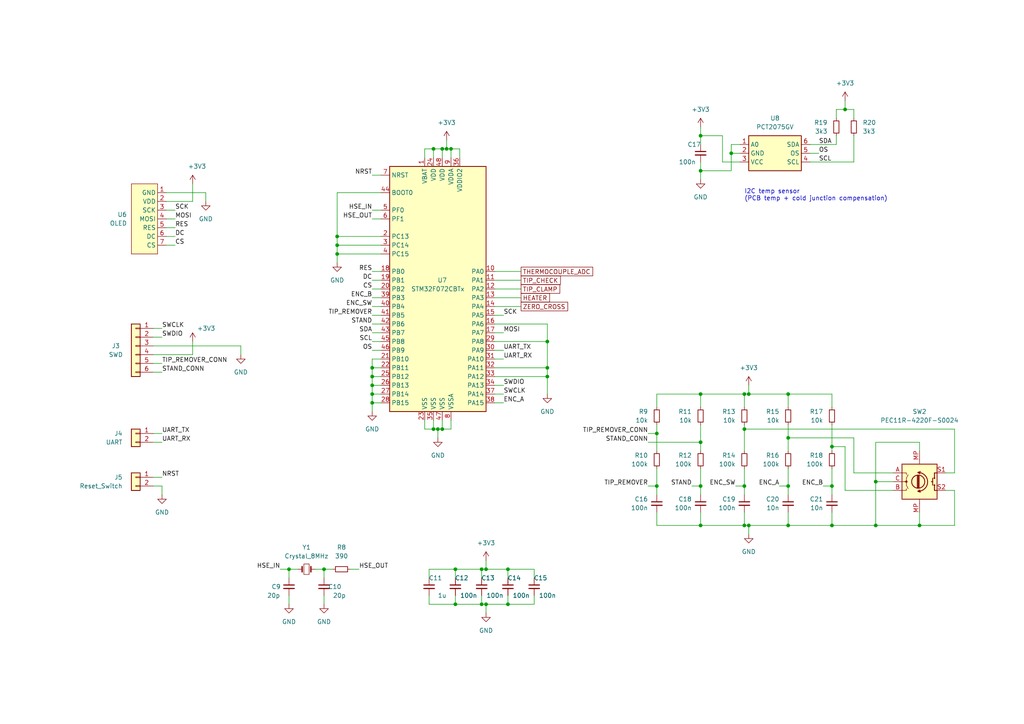
<source format=kicad_sch>
(kicad_sch (version 20211123) (generator eeschema)
  (paper "A4")
  (title_block (title "OpenSolder Station Schematic") (date "2023-01-23") (rev "1.1") (comment 1 "Licence: GPL-3.0") (comment 2 "Designer: Håvard Jakobsen") (comment 4 "OpenSolder - JBC T245 compatible soldering station"))
  (lib_symbols
    (symbol "0_Howie:Crystal_8MHz" (pin_numbers hide) (pin_names (offset 1.016) hide)
      (property "Reference" "Y" (at 0 2.54 0))
      (property "Value" "Crystal_8MHz" (at 0 -2.54 0))
      (symbol "Crystal_8MHz_0_1"
        (rectangle (start -0.762 -1.524) (end 0.762 1.524))
        (polyline (pts (xy -1.27 -0.762) (xy -1.27 0.762)) (stroke (width 0.381)))
        (polyline (pts (xy 1.27 -0.762) (xy 1.27 0.762)) (stroke (width 0.381)))
      )
      (symbol "Crystal_8MHz_1_1"
        (pin passive line (at -2.54 0 0) (length 1.27) (name "1") (number "1"))
        (pin passive line (at 2.54 0 180) (length 1.27) (name "2") (number "2"))
      )
    )
    (symbol "0_Howie:OLED_SSD1306_SPI_1.54"
      (property "Reference" "U" (at 0 11.43 0))
      (property "Value" "OLED_SSD1306_SPI_1.54" (at 0 -11.43 0))
      (symbol "OLED_SSD1306_SPI_1.54_0_1"
        (rectangle (start -3.81 10.16) (end 3.81 -10.16) (stroke (width 0.1524)) (fill (type background)))
      )
      (symbol "OLED_SSD1306_SPI_1.54_1_1"
        (pin passive line (at -6.35 7.62 0) (length 2.54) (name "GND") (number "1"))
        (pin passive line (at -6.35 5.08 0) (length 2.54) (name "VDD") (number "2"))
        (pin passive line (at -6.35 2.54 0) (length 2.54) (name "SCK") (number "3"))
        (pin passive line (at -6.35 0 0) (length 2.54) (name "MOSI") (number "4"))
        (pin passive line (at -6.35 -2.54 0) (length 2.54) (name "RES") (number "5"))
        (pin passive line (at -6.35 -5.08 0) (length 2.54) (name "DC") (number "6"))
        (pin passive line (at -6.35 -7.62 0) (length 2.54) (name "CS") (number "7"))
      )
    )
    (symbol "0_Howie:PCT2075GV"
      (property "Reference" "U" (at -6.35 6.35 0))
      (property "Value" "PCT2075GV" (at 6.35 6.35 0))
      (symbol "PCT2075GV_0_1"
        (rectangle (start -7.62 5.08) (end 7.62 -5.08) (stroke (width 0.254)) (fill (type background)))
      )
      (symbol "PCT2075GV_1_1"
        (pin input line (at -10.16 2.54 0) (length 2.54) (name "A0") (number "1"))
        (pin power_in line (at -10.16 0 0) (length 2.54) (name "GND") (number "2"))
        (pin power_in line (at -10.16 -2.54 0) (length 2.54) (name "VCC") (number "3"))
        (pin input line (at 10.16 -2.54 180) (length 2.54) (name "SCL") (number "4"))
        (pin open_collector line (at 10.16 0 180) (length 2.54) (name "OS") (number "5"))
        (pin bidirectional line (at 10.16 2.54 180) (length 2.54) (name "SDA") (number "6"))
      )
    )
    (symbol "0_Howie:PEC11R-RotEnc" (pin_names (offset 0.254) hide)
      (property "Reference" "SW" (at 3.81 10.16 0))
      (property "Value" "PEC11R-RotEnc" (at 3.81 7.62 0))
      (symbol "PEC11R-RotEnc_0_1"
        (rectangle (start -5.08 5.08) (end 5.08 -5.08) (stroke (width 0.254)) (fill (type background)))
        (circle (center -3.81 0) (radius 0.254) (fill (type outline)))
        (arc (start -0.381 -2.794) (mid 2.3622 -0.0635) (end -0.381 2.667) (stroke (width 0.254)))
        (circle (center -0.381 0) (radius 1.905) (stroke (width 0.254)))
        (polyline (pts (xy -0.635 -1.778) (xy -0.635 1.778)) (stroke (width 0.254)))
        (polyline (pts (xy -0.381 -1.778) (xy -0.381 1.778)) (stroke (width 0.254)))
        (polyline (pts (xy -0.127 1.778) (xy -0.127 -1.778)) (stroke (width 0.254)))
        (polyline (pts (xy 0 -6.35) (xy 0 -5.08)) (stroke (width 0.1524)))
        (polyline (pts (xy 0 6.35) (xy 0 5.08)) (stroke (width 0.1524)))
        (polyline (pts (xy 3.81 0) (xy 3.429 0)) (stroke (width 0.254)))
        (polyline (pts (xy 3.81 1.016) (xy 3.81 -1.016)) (stroke (width 0.254)))
        (polyline (pts (xy -5.08 -2.54) (xy -3.81 -2.54) (xy -3.81 -2.032)))
        (polyline (pts (xy -5.08 2.54) (xy -3.81 2.54) (xy -3.81 2.032)))
        (polyline (pts (xy 0.254 -3.048) (xy -0.508 -2.794) (xy 0.127 -2.413)) (stroke (width 0.254)))
        (polyline (pts (xy 0.254 2.921) (xy -0.508 2.667) (xy 0.127 2.286)) (stroke (width 0.254)))
        (polyline (pts (xy 5.08 -2.54) (xy 4.318 -2.54) (xy 4.318 -1.016)) (stroke (width 0.254)))
        (polyline (pts (xy 5.08 2.54) (xy 4.318 2.54) (xy 4.318 1.016)) (stroke (width 0.254)))
        (polyline (pts (xy -5.08 0) (xy -3.81 0) (xy -3.81 -1.016) (xy -3.302 -2.032)))
        (polyline (pts (xy -4.318 0) (xy -3.81 0) (xy -3.81 1.016) (xy -3.302 2.032)))
        (circle (center 4.318 -1.016) (radius 0.127) (stroke (width 0.254)))
        (circle (center 4.318 1.016) (radius 0.127) (stroke (width 0.254)))
      )
      (symbol "PEC11R-RotEnc_1_1"
        (pin passive line (at -7.62 2.54 0) (length 2.54) (name "A") (number "A"))
        (pin passive line (at -7.62 -2.54 0) (length 2.54) (name "B") (number "B"))
        (pin passive line (at -7.62 0 0) (length 2.54) (name "C") (number "C"))
        (pin passive line (at 0 -8.89 90) (length 2.54) (name "MP") (number "MP"))
        (pin passive line (at 0 8.89 270) (length 2.54) (name "MP") (number "MP"))
        (pin passive line (at 7.62 2.54 180) (length 2.54) (name "S1") (number "S1"))
        (pin passive line (at 7.62 -2.54 180) (length 2.54) (name "S2") (number "S2"))
      )
    )
    (symbol "Connector_Generic:Conn_01x02" (pin_names (offset 1.016) hide)
      (property "Reference" "J" (at 0 2.54 0))
      (property "Value" "Conn_01x02" (at 0 -5.08 0))
      (symbol "Conn_01x02_1_1"
        (rectangle (start -1.27 -2.413) (end 0 -2.667) (stroke (width 0.1524)))
        (rectangle (start -1.27 0.127) (end 0 -0.127) (stroke (width 0.1524)))
        (rectangle (start -1.27 1.27) (end 1.27 -3.81) (stroke (width 0.254)) (fill (type background)))
        (pin passive line (at -5.08 0 0) (length 3.81) (name "Pin_1") (number "1"))
        (pin passive line (at -5.08 -2.54 0) (length 3.81) (name "Pin_2") (number "2"))
      )
    )
    (symbol "Connector_Generic:Conn_01x06" (pin_names (offset 1.016) hide)
      (property "Reference" "J" (at 0 7.62 0))
      (property "Value" "Conn_01x06" (at 0 -10.16 0))
      (symbol "Conn_01x06_1_1"
        (rectangle (start -1.27 -7.493) (end 0 -7.747) (stroke (width 0.1524)))
        (rectangle (start -1.27 -4.953) (end 0 -5.207) (stroke (width 0.1524)))
        (rectangle (start -1.27 -2.413) (end 0 -2.667) (stroke (width 0.1524)))
        (rectangle (start -1.27 0.127) (end 0 -0.127) (stroke (width 0.1524)))
        (rectangle (start -1.27 2.667) (end 0 2.413) (stroke (width 0.1524)))
        (rectangle (start -1.27 5.207) (end 0 4.953) (stroke (width 0.1524)))
        (rectangle (start -1.27 6.35) (end 1.27 -8.89) (stroke (width 0.254)) (fill (type background)))
        (pin passive line (at -5.08 5.08 0) (length 3.81) (name "Pin_1") (number "1"))
        (pin passive line (at -5.08 2.54 0) (length 3.81) (name "Pin_2") (number "2"))
        (pin passive line (at -5.08 0 0) (length 3.81) (name "Pin_3") (number "3"))
        (pin passive line (at -5.08 -2.54 0) (length 3.81) (name "Pin_4") (number "4"))
        (pin passive line (at -5.08 -5.08 0) (length 3.81) (name "Pin_5") (number "5"))
        (pin passive line (at -5.08 -7.62 0) (length 3.81) (name "Pin_6") (number "6"))
      )
    )
    (symbol "Device:C_Small" (pin_numbers hide) (pin_names (offset 0.254) hide)
      (property "Reference" "C" (at 0.254 1.778 0))
      (property "Value" "C_Small" (at 0.254 -2.032 0))
      (symbol "C_Small_0_1"
        (polyline (pts (xy -1.524 -0.508) (xy 1.524 -0.508)) (stroke (width 0.3302)))
        (polyline (pts (xy -1.524 0.508) (xy 1.524 0.508)) (stroke (width 0.3048)))
      )
      (symbol "C_Small_1_1"
        (pin passive line (at 0 2.54 270) (length 2.032) (name "~") (number "1"))
        (pin passive line (at 0 -2.54 90) (length 2.032) (name "~") (number "2"))
      )
    )
    (symbol "Device:R_Small" (pin_numbers hide) (pin_names (offset 0.254) hide)
      (property "Reference" "R" (at 0.762 0.508 0))
      (property "Value" "R_Small" (at 0.762 -1.016 0))
      (symbol "R_Small_0_1"
        (rectangle (start -0.762 1.778) (end 0.762 -1.778) (stroke (width 0.2032)))
      )
      (symbol "R_Small_1_1"
        (pin passive line (at 0 2.54 270) (length 0.762) (name "~") (number "1"))
        (pin passive line (at 0 -2.54 90) (length 0.762) (name "~") (number "2"))
      )
    )
    (symbol "MCU_ST_STM32F0:STM32F072CBTx"
      (property "Reference" "U" (at -15.24 36.83 0))
      (property "Value" "STM32F072CBTx" (at 7.62 36.83 0))
      (symbol "STM32F072CBTx_0_1"
        (rectangle (start -15.24 -35.56) (end 12.7 35.56) (stroke (width 0.254)) (fill (type background)))
      )
      (symbol "STM32F072CBTx_1_1"
        (pin power_in line (at -5.08 38.1 270) (length 2.54) (name "VBAT") (number "1"))
        (pin bidirectional line (at 15.24 5.08 180) (length 2.54) (name "PA0") (number "10"))
        (pin bidirectional line (at 15.24 2.54 180) (length 2.54) (name "PA1") (number "11"))
        (pin bidirectional line (at 15.24 0 180) (length 2.54) (name "PA2") (number "12"))
        (pin bidirectional line (at 15.24 -2.54 180) (length 2.54) (name "PA3") (number "13"))
        (pin bidirectional line (at 15.24 -5.08 180) (length 2.54) (name "PA4") (number "14"))
        (pin bidirectional line (at 15.24 -7.62 180) (length 2.54) (name "PA5") (number "15"))
        (pin bidirectional line (at 15.24 -10.16 180) (length 2.54) (name "PA6") (number "16"))
        (pin bidirectional line (at 15.24 -12.7 180) (length 2.54) (name "PA7") (number "17"))
        (pin bidirectional line (at -17.78 5.08 0) (length 2.54) (name "PB0") (number "18"))
        (pin bidirectional line (at -17.78 2.54 0) (length 2.54) (name "PB1") (number "19"))
        (pin bidirectional line (at -17.78 15.24 0) (length 2.54) (name "PC13") (number "2"))
        (pin bidirectional line (at -17.78 0 0) (length 2.54) (name "PB2") (number "20"))
        (pin bidirectional line (at -17.78 -20.32 0) (length 2.54) (name "PB10") (number "21"))
        (pin bidirectional line (at -17.78 -22.86 0) (length 2.54) (name "PB11") (number "22"))
        (pin power_in line (at -5.08 -38.1 90) (length 2.54) (name "VSS") (number "23"))
        (pin power_in line (at -2.54 38.1 270) (length 2.54) (name "VDD") (number "24"))
        (pin bidirectional line (at -17.78 -25.4 0) (length 2.54) (name "PB12") (number "25"))
        (pin bidirectional line (at -17.78 -27.94 0) (length 2.54) (name "PB13") (number "26"))
        (pin bidirectional line (at -17.78 -30.48 0) (length 2.54) (name "PB14") (number "27"))
        (pin bidirectional line (at -17.78 -33.02 0) (length 2.54) (name "PB15") (number "28"))
        (pin bidirectional line (at 15.24 -15.24 180) (length 2.54) (name "PA8") (number "29"))
        (pin bidirectional line (at -17.78 12.7 0) (length 2.54) (name "PC14") (number "3"))
        (pin bidirectional line (at 15.24 -17.78 180) (length 2.54) (name "PA9") (number "30"))
        (pin bidirectional line (at 15.24 -20.32 180) (length 2.54) (name "PA10") (number "31"))
        (pin bidirectional line (at 15.24 -22.86 180) (length 2.54) (name "PA11") (number "32"))
        (pin bidirectional line (at 15.24 -25.4 180) (length 2.54) (name "PA12") (number "33"))
        (pin bidirectional line (at 15.24 -27.94 180) (length 2.54) (name "PA13") (number "34"))
        (pin power_in line (at -2.54 -38.1 90) (length 2.54) (name "VSS") (number "35"))
        (pin power_in line (at 5.08 38.1 270) (length 2.54) (name "VDDIO2") (number "36"))
        (pin bidirectional line (at 15.24 -30.48 180) (length 2.54) (name "PA14") (number "37"))
        (pin bidirectional line (at 15.24 -33.02 180) (length 2.54) (name "PA15") (number "38"))
        (pin bidirectional line (at -17.78 -2.54 0) (length 2.54) (name "PB3") (number "39"))
        (pin bidirectional line (at -17.78 10.16 0) (length 2.54) (name "PC15") (number "4"))
        (pin bidirectional line (at -17.78 -5.08 0) (length 2.54) (name "PB4") (number "40"))
        (pin bidirectional line (at -17.78 -7.62 0) (length 2.54) (name "PB5") (number "41"))
        (pin bidirectional line (at -17.78 -10.16 0) (length 2.54) (name "PB6") (number "42"))
        (pin bidirectional line (at -17.78 -12.7 0) (length 2.54) (name "PB7") (number "43"))
        (pin input line (at -17.78 27.94 0) (length 2.54) (name "BOOT0") (number "44"))
        (pin bidirectional line (at -17.78 -15.24 0) (length 2.54) (name "PB8") (number "45"))
        (pin bidirectional line (at -17.78 -17.78 0) (length 2.54) (name "PB9") (number "46"))
        (pin power_in line (at 0 -38.1 90) (length 2.54) (name "VSS") (number "47"))
        (pin power_in line (at 0 38.1 270) (length 2.54) (name "VDD") (number "48"))
        (pin input line (at -17.78 22.86 0) (length 2.54) (name "PF0") (number "5"))
        (pin input line (at -17.78 20.32 0) (length 2.54) (name "PF1") (number "6"))
        (pin input line (at -17.78 33.02 0) (length 2.54) (name "NRST") (number "7"))
        (pin power_in line (at 2.54 -38.1 90) (length 2.54) (name "VSSA") (number "8"))
        (pin power_in line (at 2.54 38.1 270) (length 2.54) (name "VDDA") (number "9"))
      )
    )
    (symbol "power:+3V3" (power) (pin_names (offset 0))
      (property "Value" "+3V3" (at 0 3.556 0))
      (symbol "+3V3_0_1"
        (polyline (pts (xy -0.762 1.27) (xy 0 2.54)))
        (polyline (pts (xy 0 0) (xy 0 2.54)))
        (polyline (pts (xy 0 2.54) (xy 0.762 1.27)))
      )
      (symbol "+3V3_1_1"
        (pin power_in line (at 0 0 90) (length 0) hide (name "+3V3") (number "1"))
      )
    )
    (symbol "power:GND" (power) (pin_names (offset 0))
      (property "Value" "GND" (at 0 -3.81 0))
      (symbol "GND_0_1"
        (polyline (pts (xy 0 0) (xy 0 -1.27) (xy 1.27 -1.27) (xy 0 -2.54) (xy -1.27 -1.27) (xy 0 -1.27)))
      )
      (symbol "GND_1_1"
        (pin power_in line (at 0 0 270) (length 0) hide (name "GND") (number "1"))
      )
    )
  )
  (junction (at 217.17 114.3))
  (junction (at 140.97 175.26))
  (junction (at 158.75 99.06))
  (junction (at 217.17 152.4))
  (junction (at 203.2 128.27))
  (junction (at 190.5 140.97))
  (junction (at 266.7 152.4))
  (junction (at 241.3 152.4))
  (junction (at 215.9 124.46))
  (junction (at 228.6 152.4))
  (junction (at 132.08 165.1))
  (junction (at 228.6 140.97))
  (junction (at 107.95 109.22))
  (junction (at 203.2 39.37))
  (junction (at 147.32 175.26))
  (junction (at 107.95 114.3))
  (junction (at 132.08 175.26))
  (junction (at 128.27 124.46))
  (junction (at 83.82 165.1))
  (junction (at 158.75 106.68))
  (junction (at 128.27 43.18))
  (junction (at 93.98 165.1))
  (junction (at 203.2 49.53))
  (junction (at 215.9 114.3))
  (junction (at 254 139.7))
  (junction (at 245.11 31.75))
  (junction (at 130.81 43.18))
  (junction (at 139.7 175.26))
  (junction (at 212.09 44.45))
  (junction (at 127 124.46))
  (junction (at 203.2 140.97))
  (junction (at 228.6 114.3))
  (junction (at 215.9 140.97))
  (junction (at 215.9 152.4))
  (junction (at 147.32 165.1))
  (junction (at 107.95 111.76))
  (junction (at 140.97 165.1))
  (junction (at 97.79 71.12))
  (junction (at 107.95 116.84))
  (junction (at 228.6 127))
  (junction (at 129.54 43.18))
  (junction (at 190.5 125.73))
  (junction (at 125.73 43.18))
  (junction (at 203.2 114.3))
  (junction (at 97.79 68.58))
  (junction (at 241.3 140.97))
  (junction (at 158.75 109.22))
  (junction (at 254 152.4))
  (junction (at 241.3 129.54))
  (junction (at 107.95 106.68))
  (junction (at 97.79 73.66))
  (junction (at 203.2 152.4))
  (junction (at 125.73 124.46))
  (junction (at 139.7 165.1))
  (wire (pts (xy 110.49 60.96) (xy 107.95 60.96)))
  (wire (pts (xy 187.96 128.27) (xy 203.2 128.27)))
  (wire (pts (xy 97.79 71.12) (xy 110.49 71.12)))
  (wire (pts (xy 146.05 96.52) (xy 143.51 96.52)))
  (wire (pts (xy 215.9 135.89) (xy 215.9 140.97)))
  (wire (pts (xy 203.2 140.97) (xy 200.66 140.97)))
  (wire (pts (xy 132.08 172.72) (xy 132.08 175.26)))
  (wire (pts (xy 132.08 175.26) (xy 139.7 175.26)))
  (wire (pts (xy 97.79 55.88) (xy 110.49 55.88)))
  (wire (pts (xy 238.76 140.97) (xy 241.3 140.97)))
  (wire (pts (xy 123.19 124.46) (xy 123.19 121.92)))
  (wire (pts (xy 125.73 124.46) (xy 123.19 124.46)))
  (wire (pts (xy 127 124.46) (xy 125.73 124.46)))
  (wire (pts (xy 127 127) (xy 127 124.46)))
  (wire (pts (xy 125.73 121.92) (xy 125.73 124.46)))
  (wire (pts (xy 107.95 109.22) (xy 107.95 111.76)))
  (wire (pts (xy 44.45 107.95) (xy 46.99 107.95)))
  (wire (pts (xy 266.7 128.27) (xy 266.7 130.81)))
  (wire (pts (xy 215.9 123.19) (xy 215.9 124.46)))
  (wire (pts (xy 215.9 124.46) (xy 215.9 130.81)))
  (wire (pts (xy 124.46 165.1) (xy 124.46 167.64)))
  (wire (pts (xy 132.08 165.1) (xy 124.46 165.1)))
  (wire (pts (xy 139.7 165.1) (xy 132.08 165.1)))
  (wire (pts (xy 241.3 140.97) (xy 241.3 143.51)))
  (wire (pts (xy 215.9 148.59) (xy 215.9 152.4)))
  (wire (pts (xy 215.9 152.4) (xy 217.17 152.4)))
  (wire (pts (xy 228.6 152.4) (xy 241.3 152.4)))
  (wire (pts (xy 241.3 152.4) (xy 254 152.4)))
  (wire (pts (xy 110.49 88.9) (xy 107.95 88.9)))
  (wire (pts (xy 44.45 97.79) (xy 46.99 97.79)))
  (wire (pts (xy 146.05 104.14) (xy 143.51 104.14)))
  (wire (pts (xy 50.8 71.12) (xy 48.26 71.12)))
  (wire (pts (xy 107.95 114.3) (xy 107.95 116.84)))
  (wire (pts (xy 215.9 140.97) (xy 215.9 143.51)))
  (wire (pts (xy 107.95 104.14) (xy 107.95 106.68)))
  (wire (pts (xy 217.17 152.4) (xy 228.6 152.4)))
  (wire (pts (xy 143.51 116.84) (xy 146.05 116.84)))
  (wire (pts (xy 140.97 175.26) (xy 139.7 175.26)))
  (wire (pts (xy 247.65 127) (xy 228.6 127)))
  (wire (pts (xy 247.65 137.16) (xy 247.65 127)))
  (wire (pts (xy 259.08 137.16) (xy 247.65 137.16)))
  (wire (pts (xy 107.95 111.76) (xy 107.95 114.3)))
  (wire (pts (xy 140.97 165.1) (xy 139.7 165.1)))
  (wire (pts (xy 241.3 148.59) (xy 241.3 152.4)))
  (wire (pts (xy 190.5 114.3) (xy 203.2 114.3)))
  (wire (pts (xy 203.2 114.3) (xy 215.9 114.3)))
  (wire (pts (xy 110.49 91.44) (xy 107.95 91.44)))
  (wire (pts (xy 129.54 40.64) (xy 129.54 43.18)))
  (wire (pts (xy 139.7 172.72) (xy 139.7 175.26)))
  (wire (pts (xy 140.97 175.26) (xy 140.97 177.8)))
  (wire (pts (xy 212.09 41.91) (xy 212.09 44.45)))
  (wire (pts (xy 214.63 41.91) (xy 212.09 41.91)))
  (wire (pts (xy 203.2 123.19) (xy 203.2 128.27)))
  (wire (pts (xy 203.2 128.27) (xy 203.2 130.81)))
  (wire (pts (xy 59.69 58.42) (xy 59.69 55.88)))
  (wire (pts (xy 110.49 111.76) (xy 107.95 111.76)))
  (wire (pts (xy 55.88 53.34) (xy 55.88 58.42)))
  (wire (pts (xy 55.88 58.42) (xy 48.26 58.42)))
  (wire (pts (xy 143.51 111.76) (xy 146.05 111.76)))
  (wire (pts (xy 143.51 106.68) (xy 158.75 106.68)))
  (wire (pts (xy 97.79 68.58) (xy 97.79 71.12)))
  (wire (pts (xy 123.19 43.18) (xy 123.19 45.72)))
  (wire (pts (xy 143.51 88.9) (xy 151.13 88.9)))
  (wire (pts (xy 97.79 73.66) (xy 110.49 73.66)))
  (wire (pts (xy 83.82 172.72) (xy 83.82 175.26)))
  (wire (pts (xy 110.49 109.22) (xy 107.95 109.22)))
  (wire (pts (xy 44.45 95.25) (xy 46.99 95.25)))
  (wire (pts (xy 143.51 114.3) (xy 146.05 114.3)))
  (wire (pts (xy 128.27 124.46) (xy 127 124.46)))
  (wire (pts (xy 130.81 121.92) (xy 130.81 124.46)))
  (wire (pts (xy 130.81 124.46) (xy 128.27 124.46)))
  (wire (pts (xy 110.49 99.06) (xy 107.95 99.06)))
  (wire (pts (xy 217.17 111.76) (xy 217.17 114.3)))
  (wire (pts (xy 215.9 114.3) (xy 215.9 118.11)))
  (wire (pts (xy 130.81 43.18) (xy 130.81 45.72)))
  (wire (pts (xy 132.08 165.1) (xy 132.08 167.64)))
  (wire (pts (xy 212.09 44.45) (xy 214.63 44.45)))
  (wire (pts (xy 212.09 49.53) (xy 212.09 44.45)))
  (wire (pts (xy 93.98 172.72) (xy 93.98 175.26)))
  (wire (pts (xy 46.99 128.27) (xy 44.45 128.27)))
  (wire (pts (xy 158.75 109.22) (xy 158.75 114.3)))
  (wire (pts (xy 190.5 135.89) (xy 190.5 140.97)))
  (wire (pts (xy 190.5 140.97) (xy 190.5 143.51)))
  (wire (pts (xy 110.49 104.14) (xy 107.95 104.14)))
  (wire (pts (xy 128.27 45.72) (xy 128.27 43.18)))
  (wire (pts (xy 203.2 46.99) (xy 203.2 49.53)))
  (wire (pts (xy 203.2 49.53) (xy 212.09 49.53)))
  (wire (pts (xy 128.27 43.18) (xy 125.73 43.18)))
  (wire (pts (xy 234.95 41.91) (xy 242.57 41.91)))
  (wire (pts (xy 242.57 41.91) (xy 242.57 39.37)))
  (wire (pts (xy 228.6 148.59) (xy 228.6 152.4)))
  (wire (pts (xy 143.51 86.36) (xy 151.13 86.36)))
  (wire (pts (xy 110.49 106.68) (xy 107.95 106.68)))
  (wire (pts (xy 97.79 71.12) (xy 97.79 73.66)))
  (wire (pts (xy 124.46 172.72) (xy 124.46 175.26)))
  (wire (pts (xy 124.46 175.26) (xy 132.08 175.26)))
  (wire (pts (xy 203.2 39.37) (xy 209.55 39.37)))
  (wire (pts (xy 203.2 41.91) (xy 203.2 39.37)))
  (wire (pts (xy 242.57 31.75) (xy 245.11 31.75)))
  (wire (pts (xy 242.57 34.29) (xy 242.57 31.75)))
  (wire (pts (xy 245.11 31.75) (xy 247.65 31.75)))
  (wire (pts (xy 69.85 102.87) (xy 69.85 100.33)))
  (wire (pts (xy 110.49 93.98) (xy 107.95 93.98)))
  (wire (pts (xy 50.8 68.58) (xy 48.26 68.58)))
  (wire (pts (xy 190.5 148.59) (xy 190.5 152.4)))
  (wire (pts (xy 190.5 152.4) (xy 203.2 152.4)))
  (wire (pts (xy 203.2 152.4) (xy 215.9 152.4)))
  (wire (pts (xy 187.96 125.73) (xy 190.5 125.73)))
  (wire (pts (xy 241.3 129.54) (xy 245.11 129.54)))
  (wire (pts (xy 245.11 142.24) (xy 245.11 129.54)))
  (wire (pts (xy 259.08 142.24) (xy 245.11 142.24)))
  (wire (pts (xy 129.54 43.18) (xy 128.27 43.18)))
  (wire (pts (xy 50.8 60.96) (xy 48.26 60.96)))
  (wire (pts (xy 44.45 105.41) (xy 46.99 105.41)))
  (wire (pts (xy 228.6 123.19) (xy 228.6 127)))
  (wire (pts (xy 228.6 127) (xy 228.6 130.81)))
  (wire (pts (xy 203.2 148.59) (xy 203.2 152.4)))
  (wire (pts (xy 97.79 55.88) (xy 97.79 68.58)))
  (wire (pts (xy 214.63 46.99) (xy 209.55 46.99)))
  (wire (pts (xy 217.17 152.4) (xy 217.17 154.94)))
  (wire (pts (xy 266.7 148.59) (xy 266.7 152.4)))
  (wire (pts (xy 190.5 123.19) (xy 190.5 125.73)))
  (wire (pts (xy 190.5 125.73) (xy 190.5 130.81)))
  (wire (pts (xy 143.51 83.82) (xy 151.13 83.82)))
  (wire (pts (xy 107.95 50.8) (xy 110.49 50.8)))
  (wire (pts (xy 128.27 121.92) (xy 128.27 124.46)))
  (wire (pts (xy 107.95 78.74) (xy 110.49 78.74)))
  (wire (pts (xy 110.49 96.52) (xy 107.95 96.52)))
  (wire (pts (xy 203.2 114.3) (xy 203.2 118.11)))
  (wire (pts (xy 190.5 114.3) (xy 190.5 118.11)))
  (wire (pts (xy 217.17 114.3) (xy 215.9 114.3)))
  (wire (pts (xy 130.81 43.18) (xy 129.54 43.18)))
  (wire (pts (xy 133.35 43.18) (xy 130.81 43.18)))
  (wire (pts (xy 133.35 45.72) (xy 133.35 43.18)))
  (wire (pts (xy 203.2 135.89) (xy 203.2 140.97)))
  (wire (pts (xy 203.2 36.83) (xy 203.2 39.37)))
  (wire (pts (xy 209.55 39.37) (xy 209.55 46.99)))
  (wire (pts (xy 234.95 46.99) (xy 247.65 46.99)))
  (wire (pts (xy 247.65 46.99) (xy 247.65 39.37)))
  (wire (pts (xy 154.94 165.1) (xy 147.32 165.1)))
  (wire (pts (xy 154.94 167.64) (xy 154.94 165.1)))
  (wire (pts (xy 254 139.7) (xy 254 152.4)))
  (wire (pts (xy 254 152.4) (xy 266.7 152.4)))
  (wire (pts (xy 259.08 139.7) (xy 254 139.7)))
  (wire (pts (xy 146.05 91.44) (xy 143.51 91.44)))
  (wire (pts (xy 241.3 135.89) (xy 241.3 140.97)))
  (wire (pts (xy 143.51 99.06) (xy 158.75 99.06)))
  (wire (pts (xy 266.7 152.4) (xy 276.86 152.4)))
  (wire (pts (xy 274.32 142.24) (xy 276.86 142.24)))
  (wire (pts (xy 276.86 142.24) (xy 276.86 152.4)))
  (wire (pts (xy 158.75 93.98) (xy 158.75 99.06)))
  (wire (pts (xy 143.51 93.98) (xy 158.75 93.98)))
  (wire (pts (xy 147.32 165.1) (xy 140.97 165.1)))
  (wire (pts (xy 147.32 167.64) (xy 147.32 165.1)))
  (wire (pts (xy 46.99 140.97) (xy 44.45 140.97)))
  (wire (pts (xy 254 128.27) (xy 254 139.7)))
  (wire (pts (xy 266.7 128.27) (xy 254 128.27)))
  (wire (pts (xy 123.19 43.18) (xy 125.73 43.18)))
  (wire (pts (xy 228.6 114.3) (xy 228.6 118.11)))
  (wire (pts (xy 140.97 162.56) (xy 140.97 165.1)))
  (wire (pts (xy 107.95 101.6) (xy 110.49 101.6)))
  (wire (pts (xy 147.32 172.72) (xy 147.32 175.26)))
  (wire (pts (xy 147.32 175.26) (xy 140.97 175.26)))
  (wire (pts (xy 83.82 167.64) (xy 83.82 165.1)))
  (wire (pts (xy 203.2 140.97) (xy 203.2 143.51)))
  (wire (pts (xy 93.98 165.1) (xy 91.44 165.1)))
  (wire (pts (xy 93.98 167.64) (xy 93.98 165.1)))
  (wire (pts (xy 146.05 101.6) (xy 143.51 101.6)))
  (wire (pts (xy 46.99 140.97) (xy 46.99 143.51)))
  (wire (pts (xy 55.88 102.87) (xy 55.88 99.06)))
  (wire (pts (xy 93.98 165.1) (xy 96.52 165.1)))
  (wire (pts (xy 97.79 73.66) (xy 97.79 76.2)))
  (wire (pts (xy 83.82 165.1) (xy 86.36 165.1)))
  (wire (pts (xy 245.11 29.21) (xy 245.11 31.75)))
  (wire (pts (xy 247.65 31.75) (xy 247.65 34.29)))
  (wire (pts (xy 107.95 106.68) (xy 107.95 109.22)))
  (wire (pts (xy 110.49 86.36) (xy 107.95 86.36)))
  (wire (pts (xy 44.45 100.33) (xy 69.85 100.33)))
  (wire (pts (xy 228.6 140.97) (xy 226.06 140.97)))
  (wire (pts (xy 107.95 81.28) (xy 110.49 81.28)))
  (wire (pts (xy 50.8 66.04) (xy 48.26 66.04)))
  (wire (pts (xy 274.32 137.16) (xy 276.86 137.16)))
  (wire (pts (xy 276.86 124.46) (xy 215.9 124.46)))
  (wire (pts (xy 276.86 137.16) (xy 276.86 124.46)))
  (wire (pts (xy 158.75 99.06) (xy 158.75 106.68)))
  (wire (pts (xy 154.94 172.72) (xy 154.94 175.26)))
  (wire (pts (xy 154.94 175.26) (xy 147.32 175.26)))
  (wire (pts (xy 213.36 140.97) (xy 215.9 140.97)))
  (wire (pts (xy 241.3 123.19) (xy 241.3 129.54)))
  (wire (pts (xy 241.3 129.54) (xy 241.3 130.81)))
  (wire (pts (xy 143.51 109.22) (xy 158.75 109.22)))
  (wire (pts (xy 143.51 78.74) (xy 151.13 78.74)))
  (wire (pts (xy 48.26 55.88) (xy 59.69 55.88)))
  (wire (pts (xy 203.2 49.53) (xy 203.2 52.07)))
  (wire (pts (xy 228.6 135.89) (xy 228.6 140.97)))
  (wire (pts (xy 228.6 140.97) (xy 228.6 143.51)))
  (wire (pts (xy 125.73 45.72) (xy 125.73 43.18)))
  (wire (pts (xy 139.7 165.1) (xy 139.7 167.64)))
  (wire (pts (xy 143.51 81.28) (xy 151.13 81.28)))
  (wire (pts (xy 101.6 165.1) (xy 104.14 165.1)))
  (wire (pts (xy 190.5 140.97) (xy 187.96 140.97)))
  (wire (pts (xy 46.99 138.43) (xy 44.45 138.43)))
  (wire (pts (xy 44.45 102.87) (xy 55.88 102.87)))
  (wire (pts (xy 158.75 106.68) (xy 158.75 109.22)))
  (wire (pts (xy 107.95 116.84) (xy 110.49 116.84)))
  (wire (pts (xy 107.95 119.38) (xy 107.95 116.84)))
  (wire (pts (xy 107.95 83.82) (xy 110.49 83.82)))
  (wire (pts (xy 83.82 165.1) (xy 81.28 165.1)))
  (wire (pts (xy 97.79 68.58) (xy 110.49 68.58)))
  (wire (pts (xy 110.49 63.5) (xy 107.95 63.5)))
  (wire (pts (xy 46.99 125.73) (xy 44.45 125.73)))
  (wire (pts (xy 110.49 114.3) (xy 107.95 114.3)))
  (wire (pts (xy 234.95 44.45) (xy 237.49 44.45)))
  (wire (pts (xy 50.8 63.5) (xy 48.26 63.5)))
  (wire (pts (xy 228.6 114.3) (xy 217.17 114.3)))
  (wire (pts (xy 241.3 114.3) (xy 228.6 114.3)))
  (wire (pts (xy 241.3 118.11) (xy 241.3 114.3)))
  (text "I2C temp sensor\n(PCB temp + cold junction compensation)" (at 215.9 58.42 0) (effects (font (size 1.27 1.27)) (justify left bottom)))
  (label "DC" (at 50.8 68.58 0))
  (label "TIP_REMOVER_CONN" (at 46.99 105.41 0))
  (label "TIP_REMOVER" (at 187.96 140.97 180))
  (label "ENC_SW" (at 107.95 88.9 180))
  (label "SCK" (at 146.05 91.44 0))
  (label "OS" (at 107.95 101.6 180))
  (label "ENC_B" (at 238.76 140.97 180))
  (label "CS" (at 50.8 71.12 0))
  (label "CS" (at 107.95 83.82 180))
  (label "SWDIO" (at 46.99 97.79 0))
  (label "SCK" (at 50.8 60.96 0))
  (label "HSE_OUT" (at 107.95 63.5 180))
  (label "SCL" (at 107.95 99.06 180))
  (label "NRST" (at 46.99 138.43 0))
  (label "UART_RX" (at 146.05 104.14 0))
  (label "SWCLK" (at 46.99 95.25 0))
  (label "RES" (at 107.95 78.74 180))
  (label "NRST" (at 107.95 50.8 180))
  (label "STAND" (at 107.95 93.98 180))
  (label "SDA" (at 107.95 96.52 180))
  (label "MOSI" (at 50.8 63.5 0))
  (label "MOSI" (at 146.05 96.52 0))
  (label "SDA" (at 237.49 41.91 0))
  (label "STAND_CONN" (at 187.96 128.27 180))
  (label "TIP_REMOVER" (at 107.95 91.44 180))
  (label "OS" (at 237.49 44.45 0))
  (label "TIP_REMOVER_CONN" (at 187.96 125.73 180))
  (label "HSE_OUT" (at 104.14 165.1 0))
  (label "ENC_B" (at 107.95 86.36 180))
  (label "ENC_A" (at 226.06 140.97 180))
  (label "SWDIO" (at 146.05 111.76 0))
  (label "SWCLK" (at 146.05 114.3 0))
  (label "ENC_SW" (at 213.36 140.97 180))
  (label "STAND_CONN" (at 46.99 107.95 0))
  (label "HSE_IN" (at 107.95 60.96 180))
  (label "DC" (at 107.95 81.28 180))
  (label "ENC_A" (at 146.05 116.84 0))
  (label "HSE_IN" (at 81.28 165.1 180))
  (label "RES" (at 50.8 66.04 0))
  (label "SCL" (at 237.49 46.99 0))
  (label "UART_TX" (at 46.99 125.73 0))
  (label "STAND" (at 200.66 140.97 180))
  (label "UART_TX" (at 146.05 101.6 0))
  (label "UART_RX" (at 46.99 128.27 0))
  (global_label "TIP_CHECK" (shape passive) (at 151.13 81.28 0) (property "Intersheet References" "${INTERSHEET_REFS}" (effects hide)))
  (global_label "HEATER" (shape passive) (at 151.13 86.36 0) (property "Intersheet References" "${INTERSHEET_REFS}" (effects hide)))
  (global_label "ZERO_CROSS" (shape passive) (at 151.13 88.9 0) (property "Intersheet References" "${INTERSHEET_REFS}" (effects hide)))
  (global_label "TIP_CLAMP" (shape passive) (at 151.13 83.82 0) (property "Intersheet References" "${INTERSHEET_REFS}" (effects hide)))
  (global_label "THERMOCOUPLE_ADC" (shape passive) (at 151.13 78.74 0) (property "Intersheet References" "${INTERSHEET_REFS}" (effects hide)))
  (symbol (lib_id "power:GND") (at 97.79 76.2 0) (unit 1)
    (property "Reference" "#PWR0105" (effects hide))
    (property "Value" "GND" (at 97.79 81.28 0))
  )
  (symbol (lib_id "Device:R_Small") (at 190.5 133.35 0) (mirror y) (unit 1)
    (property "Reference" "R10" (at 187.96 132.0799 0) (effects (justify left)))
    (property "Value" "100k" (at 187.96 134.6199 0) (effects (justify left)))
    (property "Footprint" "Resistor_SMD:R_0805_2012Metric" (effects hide))
  )
  (symbol (lib_id "power:+3V3") (at 203.2 36.83 0) (mirror y) (unit 1)
    (property "Reference" "#PWR027" (effects hide))
    (property "Value" "+3V3" (at 203.2 31.75 0))
  )
  (symbol (lib_id "Device:C_Small") (at 203.2 146.05 0) (mirror y) (unit 1)
    (property "Reference" "C18" (at 200.66 144.7799 0) (effects (justify left)))
    (property "Value" "100n" (at 200.66 147.3199 0) (effects (justify left)))
    (property "Footprint" "Capacitor_SMD:C_0805_2012Metric" (effects hide))
  )
  (symbol (lib_id "Device:C_Small") (at 147.32 170.18 0) (mirror y) (unit 1)
    (property "Reference" "C14" (at 151.13 167.6399 0) (effects (justify left)))
    (property "Value" "100n" (at 153.67 172.7199 0) (effects (justify left)))
    (property "Footprint" "Capacitor_SMD:C_0805_2012Metric" (effects hide))
  )
  (symbol (lib_id "power:GND") (at 69.85 102.87 0) (unit 1)
    (property "Reference" "#PWR0104" (effects hide))
    (property "Value" "GND" (at 69.85 107.95 0))
  )
  (symbol (lib_id "0_Howie:PCT2075GV") (at 224.79 44.45 0) (unit 1)
    (property "Reference" "U8" (at 224.79 34.29 0))
    (property "Value" "PCT2075GV" (at 224.79 36.83 0))
    (property "Footprint" "Package_SO:TSOP-6_1.65x3.05mm_P0.95mm" (effects hide))
    (property "Datasheet" "https://www.nxp.com/docs/en/data-sheet/PCT2075.pdf" (effects hide))
  )
  (symbol (lib_id "Device:R_Small") (at 203.2 133.35 0) (mirror y) (unit 1)
    (property "Reference" "R12" (at 200.66 132.0799 0) (effects (justify left)))
    (property "Value" "100k" (at 200.66 134.6199 0) (effects (justify left)))
    (property "Footprint" "Resistor_SMD:R_0805_2012Metric" (effects hide))
  )
  (symbol (lib_id "Device:R_Small") (at 99.06 165.1 90) (mirror x) (unit 1)
    (property "Reference" "R8" (at 99.06 158.75 90))
    (property "Value" "390" (at 99.06 161.29 90))
    (property "Footprint" "Resistor_SMD:R_0805_2012Metric" (effects hide))
  )
  (symbol (lib_id "power:GND") (at 83.82 175.26 0) (mirror y) (unit 1)
    (property "Reference" "#PWR020" (effects hide))
    (property "Value" "GND" (at 83.82 180.34 0))
  )
  (symbol (lib_id "MCU_ST_STM32F0:STM32F072CBTx") (at 128.27 83.82 0) (unit 1)
    (property "Reference" "U7" (at 128.27 81.28 0))
    (property "Value" "STM32F072CBTx" (at 127 83.82 0))
    (property "Footprint" "Package_QFP:LQFP-48_7x7mm_P0.5mm" (effects hide))
    (property "Datasheet" "http://www.st.com/st-web-ui/static/active/en/resource/technical/document/datasheet/DM00090510.pdf" (effects hide))
  )
  (symbol (lib_id "Device:C_Small") (at 124.46 170.18 0) (mirror y) (unit 1)
    (property "Reference" "C11" (at 128.27 167.6399 0) (effects (justify left)))
    (property "Value" "1u" (at 129.54 172.7199 0) (effects (justify left)))
    (property "Footprint" "Capacitor_SMD:C_1210_3225Metric" (effects hide))
  )
  (symbol (lib_id "power:GND") (at 140.97 177.8 0) (unit 1)
    (property "Reference" "#PWR026" (effects hide))
    (property "Value" "GND" (at 140.97 182.88 0))
  )
  (symbol (lib_id "Device:C_Small") (at 215.9 146.05 0) (mirror y) (unit 1)
    (property "Reference" "C19" (at 213.36 144.7799 0) (effects (justify left)))
    (property "Value" "100n" (at 213.36 147.3199 0) (effects (justify left)))
    (property "Footprint" "Capacitor_SMD:C_0805_2012Metric" (effects hide))
  )
  (symbol (lib_id "power:GND") (at 127 127 0) (unit 1)
    (property "Reference" "#PWR023" (effects hide))
    (property "Value" "GND" (at 127 132.08 0))
  )
  (symbol (lib_id "Device:R_Small") (at 241.3 120.65 0) (mirror y) (unit 1)
    (property "Reference" "R17" (at 238.76 119.3799 0) (effects (justify left)))
    (property "Value" "10k" (at 238.76 121.9199 0) (effects (justify left)))
    (property "Footprint" "Resistor_SMD:R_0805_2012Metric" (effects hide))
  )
  (symbol (lib_id "power:+3V3") (at 55.88 99.06 0) (unit 1)
    (property "Reference" "#PWR019" (effects hide))
    (property "Value" "+3V3" (at 57.15 95.25 0) (effects (justify left)))
  )
  (symbol (lib_id "Device:C_Small") (at 139.7 170.18 0) (mirror y) (unit 1)
    (property "Reference" "C13" (at 143.51 167.6399 0) (effects (justify left)))
    (property "Value" "100n" (at 146.05 172.7199 0) (effects (justify left)))
    (property "Footprint" "Capacitor_SMD:C_0805_2012Metric" (effects hide))
  )
  (symbol (lib_id "power:GND") (at 46.99 143.51 0) (unit 1)
    (property "Reference" "#PWR022" (effects hide))
    (property "Value" "GND" (at 46.99 148.59 0))
  )
  (symbol (lib_id "Connector_Generic:Conn_01x06") (at 39.37 100.33 0) (mirror y) (unit 1)
    (property "Reference" "J3" (at 33.5915 100.33 0))
    (property "Value" "SWD" (at 33.5915 102.87 0))
    (property "Footprint" "Connector_IDC:IDC-Header_2x03_P2.54mm_Vertical" (effects hide))
  )
  (symbol (lib_id "power:+3V3") (at 129.54 40.64 0) (unit 1)
    (property "Reference" "#PWR024" (effects hide))
    (property "Value" "+3V3" (at 129.54 35.56 0))
  )
  (symbol (lib_id "power:+3V3") (at 140.97 162.56 0) (mirror y) (unit 1)
    (property "Reference" "#PWR025" (effects hide))
    (property "Value" "+3V3" (at 140.97 157.48 0))
  )
  (symbol (lib_id "power:GND") (at 158.75 114.3 0) (unit 1)
    (property "Reference" "#PWR0106" (effects hide))
    (property "Value" "GND" (at 158.75 119.38 0))
  )
  (symbol (lib_id "0_Howie:OLED_SSD1306_SPI_1.54") (at 41.91 63.5 0) (mirror y) (unit 1)
    (property "Reference" "U6" (at 36.83 62.2299 0) (effects (justify left)))
    (property "Value" "OLED" (at 36.83 64.7699 0) (effects (justify left)))
    (property "Footprint" "0_Howie:OLED_SSD1306_SPI_1.54" (effects hide))
  )
  (symbol (lib_id "Device:R_Small") (at 228.6 120.65 0) (mirror y) (unit 1)
    (property "Reference" "R15" (at 226.06 119.3799 0) (effects (justify left)))
    (property "Value" "10k" (at 226.06 121.9199 0) (effects (justify left)))
    (property "Footprint" "Resistor_SMD:R_0805_2012Metric" (effects hide))
  )
  (symbol (lib_id "power:+3V3") (at 245.11 29.21 0) (mirror y) (unit 1)
    (property "Reference" "#PWR031" (effects hide))
    (property "Value" "+3V3" (at 245.11 24.13 0))
  )
  (symbol (lib_id "Device:R_Small") (at 241.3 133.35 0) (mirror y) (unit 1)
    (property "Reference" "R18" (at 238.76 132.0799 0) (effects (justify left)))
    (property "Value" "100k" (at 238.76 134.6199 0) (effects (justify left)))
    (property "Footprint" "Resistor_SMD:R_0805_2012Metric" (effects hide))
  )
  (symbol (lib_id "Device:R_Small") (at 247.65 36.83 0) (unit 1)
    (property "Reference" "R20" (at 250.19 35.5599 0) (effects (justify left)))
    (property "Value" "3k3" (at 250.19 38.0999 0) (effects (justify left)))
    (property "Footprint" "Resistor_SMD:R_0805_2012Metric" (effects hide))
  )
  (symbol (lib_id "Connector_Generic:Conn_01x02") (at 39.37 138.43 0) (mirror y) (unit 1)
    (property "Reference" "J5" (at 35.56 138.43 0) (effects (justify left)))
    (property "Value" "Reset_Switch" (at 35.56 140.97 0) (effects (justify left)))
    (property "Footprint" "Connector_PinSocket_2.54mm:PinSocket_1x02_P2.54mm_Vertical" (effects hide))
  )
  (symbol (lib_id "Device:R_Small") (at 242.57 36.83 0) (mirror y) (unit 1)
    (property "Reference" "R19" (at 240.03 35.5599 0) (effects (justify left)))
    (property "Value" "3k3" (at 240.03 38.0999 0) (effects (justify left)))
    (property "Footprint" "Resistor_SMD:R_0805_2012Metric" (effects hide))
  )
  (symbol (lib_id "0_Howie:PEC11R-RotEnc") (at 266.7 139.7 0) (unit 1)
    (property "Reference" "SW2" (at 266.7 119.38 0))
    (property "Value" "PEC11R-4220F-S0024" (at 266.7 121.92 0))
    (property "Footprint" "0_Howie:RotaryEncoder_PEC11R_PEC12R" (effects hide))
  )
  (symbol (lib_id "Device:R_Small") (at 228.6 133.35 0) (mirror y) (unit 1)
    (property "Reference" "R16" (at 226.06 132.0799 0) (effects (justify left)))
    (property "Value" "100k" (at 226.06 134.6199 0) (effects (justify left)))
    (property "Footprint" "Resistor_SMD:R_0805_2012Metric" (effects hide))
  )
  (symbol (lib_id "Device:R_Small") (at 203.2 120.65 0) (mirror y) (unit 1)
    (property "Reference" "R11" (at 200.66 119.3799 0) (effects (justify left)))
    (property "Value" "10k" (at 200.66 121.9199 0) (effects (justify left)))
    (property "Footprint" "Resistor_SMD:R_0805_2012Metric" (effects hide))
  )
  (symbol (lib_id "0_Howie:Crystal_8MHz") (at 88.9 165.1 0) (unit 1)
    (property "Reference" "Y1" (at 88.9 158.75 0))
    (property "Value" "Crystal_8MHz" (at 88.9 161.29 0))
    (property "Footprint" "Crystal:Crystal_SMD_HC49-SD" (effects hide))
  )
  (symbol (lib_id "power:GND") (at 217.17 154.94 0) (unit 1)
    (property "Reference" "#PWR030" (effects hide))
    (property "Value" "GND" (at 217.17 160.02 0))
  )
  (symbol (lib_id "power:GND") (at 93.98 175.26 0) (unit 1)
    (property "Reference" "#PWR021" (effects hide))
    (property "Value" "GND" (at 93.98 180.34 0))
  )
  (symbol (lib_id "Device:C_Small") (at 132.08 170.18 0) (mirror y) (unit 1)
    (property "Reference" "C12" (at 135.89 167.6399 0) (effects (justify left)))
    (property "Value" "100n" (at 138.43 172.7199 0) (effects (justify left)))
    (property "Footprint" "Capacitor_SMD:C_0805_2012Metric" (effects hide))
  )
  (symbol (lib_id "Device:C_Small") (at 93.98 170.18 0) (mirror y) (unit 1)
    (property "Reference" "C10" (at 99.06 170.1799 0) (effects (justify left)))
    (property "Value" "20p" (at 100.33 172.7199 0) (effects (justify left)))
    (property "Footprint" "Capacitor_SMD:C_0805_2012Metric" (effects hide))
  )
  (symbol (lib_id "Device:C_Small") (at 228.6 146.05 0) (mirror y) (unit 1)
    (property "Reference" "C20" (at 226.06 144.7799 0) (effects (justify left)))
    (property "Value" "10n" (at 226.06 147.3199 0) (effects (justify left)))
    (property "Footprint" "Capacitor_SMD:C_0805_2012Metric" (effects hide))
  )
  (symbol (lib_id "Device:R_Small") (at 190.5 120.65 0) (mirror y) (unit 1)
    (property "Reference" "R9" (at 187.96 119.3799 0) (effects (justify left)))
    (property "Value" "10k" (at 187.96 121.9199 0) (effects (justify left)))
    (property "Footprint" "Resistor_SMD:R_0805_2012Metric" (effects hide))
  )
  (symbol (lib_id "Device:C_Small") (at 241.3 146.05 0) (mirror y) (unit 1)
    (property "Reference" "C21" (at 238.76 144.7799 0) (effects (justify left)))
    (property "Value" "10n" (at 238.76 147.3199 0) (effects (justify left)))
    (property "Footprint" "Capacitor_SMD:C_0805_2012Metric" (effects hide))
  )
  (symbol (lib_id "Connector_Generic:Conn_01x02") (at 39.37 125.73 0) (mirror y) (unit 1)
    (property "Reference" "J4" (at 35.56 125.73 0) (effects (justify left)))
    (property "Value" "UART" (at 35.56 128.27 0) (effects (justify left)))
    (property "Footprint" "Connector_PinSocket_2.54mm:PinSocket_1x02_P2.54mm_Vertical" (effects hide))
  )
  (symbol (lib_id "power:GND") (at 203.2 52.07 0) (unit 1)
    (property "Reference" "#PWR028" (effects hide))
    (property "Value" "GND" (at 203.2 57.15 0))
  )
  (symbol (lib_id "Device:C_Small") (at 203.2 44.45 0) (unit 1)
    (property "Reference" "C17" (at 199.39 41.9099 0) (effects (justify left)))
    (property "Value" "100n" (at 196.85 46.9899 0) (effects (justify left)))
    (property "Footprint" "Capacitor_SMD:C_0805_2012Metric" (effects hide))
  )
  (symbol (lib_id "power:+3V3") (at 55.88 53.34 0) (unit 1)
    (property "Reference" "#PWR017" (effects hide))
    (property "Value" "+3V3" (at 57.15 48.26 0))
  )
  (symbol (lib_id "Device:R_Small") (at 215.9 133.35 0) (mirror y) (unit 1)
    (property "Reference" "R14" (at 213.36 132.0799 0) (effects (justify left)))
    (property "Value" "100k" (at 213.36 134.6199 0) (effects (justify left)))
    (property "Footprint" "Resistor_SMD:R_0805_2012Metric" (effects hide))
  )
  (symbol (lib_id "Device:C_Small") (at 154.94 170.18 0) (mirror y) (unit 1)
    (property "Reference" "C15" (at 158.75 167.6399 0) (effects (justify left)))
    (property "Value" "100n" (at 161.29 172.7199 0) (effects (justify left)))
    (property "Footprint" "Capacitor_SMD:C_0805_2012Metric" (effects hide))
  )
  (symbol (lib_id "power:+3V3") (at 217.17 111.76 0) (mirror y) (unit 1)
    (property "Reference" "#PWR029" (effects hide))
    (property "Value" "+3V3" (at 217.17 106.68 0))
  )
  (symbol (lib_id "Device:C_Small") (at 190.5 146.05 0) (mirror y) (unit 1)
    (property "Reference" "C16" (at 187.96 144.7799 0) (effects (justify left)))
    (property "Value" "100n" (at 187.96 147.3199 0) (effects (justify left)))
    (property "Footprint" "Capacitor_SMD:C_0805_2012Metric" (effects hide))
  )
  (symbol (lib_id "Device:C_Small") (at 83.82 170.18 0) (unit 1)
    (property "Reference" "C9" (at 78.74 170.1799 0) (effects (justify left)))
    (property "Value" "20p" (at 77.47 172.7199 0) (effects (justify left)))
    (property "Footprint" "Capacitor_SMD:C_0805_2012Metric" (effects hide))
  )
  (symbol (lib_id "power:GND") (at 107.95 119.38 0) (unit 1)
    (property "Reference" "#PWR0101" (effects hide))
    (property "Value" "GND" (at 107.95 124.46 0))
  )
  (symbol (lib_id "Device:R_Small") (at 215.9 120.65 0) (mirror y) (unit 1)
    (property "Reference" "R13" (at 213.36 119.3799 0) (effects (justify left)))
    (property "Value" "10k" (at 213.36 121.9199 0) (effects (justify left)))
    (property "Footprint" "Resistor_SMD:R_0805_2012Metric" (effects hide))
  )
  (symbol (lib_id "power:GND") (at 59.69 58.42 0) (unit 1)
    (property "Reference" "#PWR0103" (effects hide))
    (property "Value" "GND" (at 59.69 63.5 0))
  )
)
</source>
